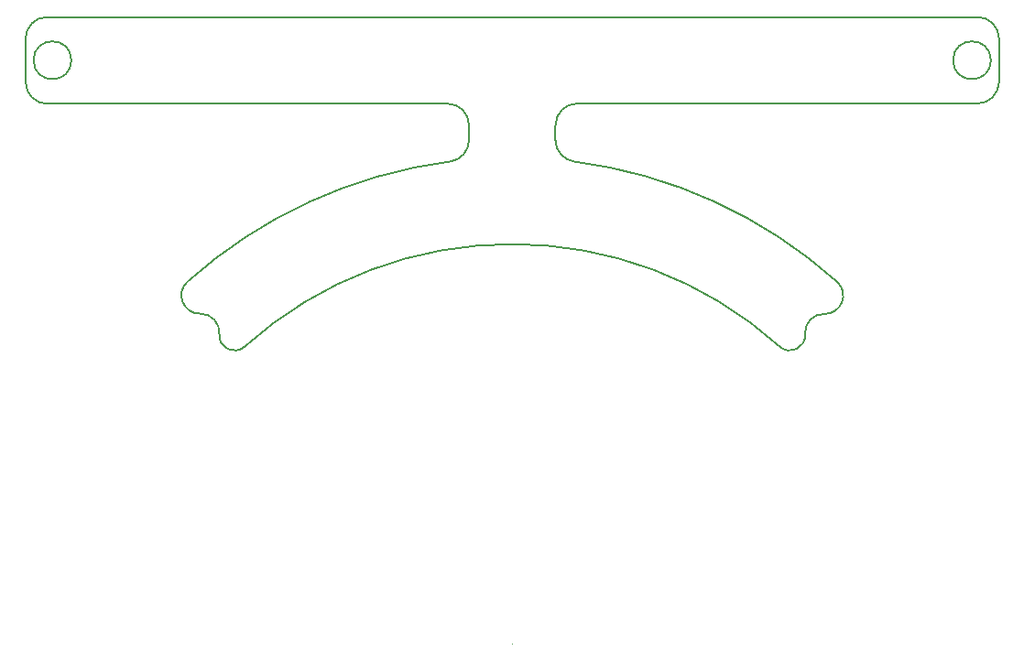
<source format=gbr>
%TF.GenerationSoftware,KiCad,Pcbnew,(6.0.5)*%
%TF.CreationDate,2022-10-18T17:21:12+09:00*%
%TF.ProjectId,line_sensor_front,6c696e65-5f73-4656-9e73-6f725f66726f,rev?*%
%TF.SameCoordinates,Original*%
%TF.FileFunction,Profile,NP*%
%FSLAX46Y46*%
G04 Gerber Fmt 4.6, Leading zero omitted, Abs format (unit mm)*
G04 Created by KiCad (PCBNEW (6.0.5)) date 2022-10-18 17:21:12*
%MOMM*%
%LPD*%
G01*
G04 APERTURE LIST*
%TA.AperFunction,Profile*%
%ADD10C,0.200000*%
%TD*%
%TA.AperFunction,Profile*%
%ADD11C,0.100050*%
%TD*%
G04 APERTURE END LIST*
D10*
X125274913Y-120129906D02*
G75*
G03*
X127606102Y-121287783I1395087J-116894D01*
G01*
X146602083Y-104167712D02*
G75*
G03*
X148346772Y-102184136I-255283J1983612D01*
G01*
X195346773Y-90799584D02*
X109354167Y-90799584D01*
X111596771Y-94799584D02*
G75*
G03*
X111596771Y-94799584I-1750000J0D01*
G01*
X122336699Y-115267508D02*
G75*
G03*
X123500268Y-118234050I1133701J-1266792D01*
G01*
X156346772Y-102184136D02*
X156346772Y-101799584D01*
X115346771Y-98799585D02*
X146346772Y-98799585D01*
X195346773Y-98799573D02*
G75*
G03*
X197346773Y-96799584I27J1999973D01*
G01*
X125274910Y-120129905D02*
G75*
G03*
X123500268Y-118234050I-1743910J146105D01*
G01*
X158346772Y-98799585D02*
X189108902Y-98799584D01*
X107368980Y-96829015D02*
G75*
G03*
X109376393Y-98821620I2000020J7415D01*
G01*
X146602090Y-104167761D02*
G75*
G03*
X122336733Y-115267546I5744710J-44631839D01*
G01*
D11*
X152396797Y-148799585D02*
G75*
G03*
X152396797Y-148799585I-50025J0D01*
G01*
D10*
X189108902Y-98799584D02*
X195346773Y-98799584D01*
X197346816Y-92799584D02*
G75*
G03*
X195346773Y-90799584I-2000016J-16D01*
G01*
X177083704Y-121284374D02*
G75*
G03*
X179415549Y-120135925I935996J1041074D01*
G01*
X148346772Y-100799585D02*
X148346772Y-102184136D01*
X196596773Y-94799584D02*
G75*
G03*
X196596773Y-94799584I-1750000J0D01*
G01*
X177083679Y-121284403D02*
G75*
G03*
X127606102Y-121287783I-24736909J-27515177D01*
G01*
X109354167Y-90799566D02*
G75*
G03*
X107354180Y-92806966I33J-2000034D01*
G01*
X181202633Y-118252227D02*
G75*
G03*
X182378183Y-115286686I40967J1699527D01*
G01*
X156346772Y-101799584D02*
X156346772Y-100799585D01*
X148346815Y-100799585D02*
G75*
G03*
X146346772Y-98799585I-2000015J-15D01*
G01*
X182378196Y-115286672D02*
G75*
G03*
X158091453Y-104167772I-30031396J-33512928D01*
G01*
X156346761Y-102184136D02*
G75*
G03*
X158091453Y-104167772I2000039J36D01*
G01*
X158346772Y-98799572D02*
G75*
G03*
X156346772Y-100799585I28J-2000028D01*
G01*
X107354180Y-92806966D02*
X107369025Y-96829015D01*
X197346773Y-96799584D02*
X197346773Y-92799584D01*
X109376393Y-98821620D02*
X115346771Y-98799585D01*
X181202631Y-118252306D02*
G75*
G03*
X179415549Y-120135925I-42331J-1749394D01*
G01*
M02*

</source>
